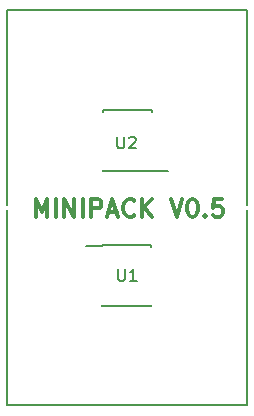
<source format=gbr>
G04 #@! TF.FileFunction,Legend,Top*
%FSLAX46Y46*%
G04 Gerber Fmt 4.6, Leading zero omitted, Abs format (unit mm)*
G04 Created by KiCad (PCBNEW 4.0.7) date 02/25/19 14:18:28*
%MOMM*%
%LPD*%
G01*
G04 APERTURE LIST*
%ADD10C,0.100000*%
%ADD11C,0.300000*%
%ADD12C,0.150000*%
G04 APERTURE END LIST*
D10*
D11*
X140742863Y-94135331D02*
X140742863Y-92635331D01*
X141242863Y-93706760D01*
X141742863Y-92635331D01*
X141742863Y-94135331D01*
X142457149Y-94135331D02*
X142457149Y-92635331D01*
X143171435Y-94135331D02*
X143171435Y-92635331D01*
X144028578Y-94135331D01*
X144028578Y-92635331D01*
X144742864Y-94135331D02*
X144742864Y-92635331D01*
X145457150Y-94135331D02*
X145457150Y-92635331D01*
X146028578Y-92635331D01*
X146171436Y-92706760D01*
X146242864Y-92778189D01*
X146314293Y-92921046D01*
X146314293Y-93135331D01*
X146242864Y-93278189D01*
X146171436Y-93349617D01*
X146028578Y-93421046D01*
X145457150Y-93421046D01*
X146885721Y-93706760D02*
X147600007Y-93706760D01*
X146742864Y-94135331D02*
X147242864Y-92635331D01*
X147742864Y-94135331D01*
X149100007Y-93992474D02*
X149028578Y-94063903D01*
X148814292Y-94135331D01*
X148671435Y-94135331D01*
X148457150Y-94063903D01*
X148314292Y-93921046D01*
X148242864Y-93778189D01*
X148171435Y-93492474D01*
X148171435Y-93278189D01*
X148242864Y-92992474D01*
X148314292Y-92849617D01*
X148457150Y-92706760D01*
X148671435Y-92635331D01*
X148814292Y-92635331D01*
X149028578Y-92706760D01*
X149100007Y-92778189D01*
X149742864Y-94135331D02*
X149742864Y-92635331D01*
X150600007Y-94135331D02*
X149957150Y-93278189D01*
X150600007Y-92635331D02*
X149742864Y-93492474D01*
X152171435Y-92635331D02*
X152671435Y-94135331D01*
X153171435Y-92635331D01*
X153957149Y-92635331D02*
X154100006Y-92635331D01*
X154242863Y-92706760D01*
X154314292Y-92778189D01*
X154385721Y-92921046D01*
X154457149Y-93206760D01*
X154457149Y-93563903D01*
X154385721Y-93849617D01*
X154314292Y-93992474D01*
X154242863Y-94063903D01*
X154100006Y-94135331D01*
X153957149Y-94135331D01*
X153814292Y-94063903D01*
X153742863Y-93992474D01*
X153671435Y-93849617D01*
X153600006Y-93563903D01*
X153600006Y-93206760D01*
X153671435Y-92921046D01*
X153742863Y-92778189D01*
X153814292Y-92706760D01*
X153957149Y-92635331D01*
X155100006Y-93992474D02*
X155171434Y-94063903D01*
X155100006Y-94135331D01*
X155028577Y-94063903D01*
X155100006Y-93992474D01*
X155100006Y-94135331D01*
X156528578Y-92635331D02*
X155814292Y-92635331D01*
X155742863Y-93349617D01*
X155814292Y-93278189D01*
X155957149Y-93206760D01*
X156314292Y-93206760D01*
X156457149Y-93278189D01*
X156528578Y-93349617D01*
X156600006Y-93492474D01*
X156600006Y-93849617D01*
X156528578Y-93992474D01*
X156457149Y-94063903D01*
X156314292Y-94135331D01*
X155957149Y-94135331D01*
X155814292Y-94063903D01*
X155742863Y-93992474D01*
D12*
X146401000Y-96561200D02*
X146401000Y-96611200D01*
X150551000Y-96561200D02*
X150551000Y-96706200D01*
X150551000Y-101711200D02*
X150551000Y-101566200D01*
X146401000Y-101711200D02*
X146401000Y-101566200D01*
X146401000Y-96561200D02*
X150551000Y-96561200D01*
X146401000Y-101711200D02*
X150551000Y-101711200D01*
X146401000Y-96611200D02*
X145001000Y-96611200D01*
X150578640Y-90276120D02*
X150578640Y-90226120D01*
X146428640Y-90276120D02*
X146428640Y-90131120D01*
X146428640Y-85126120D02*
X146428640Y-85271120D01*
X150578640Y-85126120D02*
X150578640Y-85271120D01*
X150578640Y-90276120D02*
X146428640Y-90276120D01*
X150578640Y-85126120D02*
X146428640Y-85126120D01*
X150578640Y-90226120D02*
X151978640Y-90226120D01*
X142123160Y-76662280D02*
X138313160Y-76662280D01*
X138313160Y-76662280D02*
X138313160Y-93172280D01*
X158633160Y-93172280D02*
X158633160Y-89362280D01*
X158633160Y-81742280D02*
X158633160Y-76662280D01*
X158633160Y-76662280D02*
X142123160Y-76662280D01*
X158633160Y-89362280D02*
X158633160Y-81742280D01*
X154851000Y-110084000D02*
X158661000Y-110084000D01*
X158661000Y-110084000D02*
X158661000Y-93574000D01*
X138341000Y-93574000D02*
X138341000Y-97384000D01*
X138341000Y-105004000D02*
X138341000Y-110084000D01*
X138341000Y-110084000D02*
X154851000Y-110084000D01*
X138341000Y-97384000D02*
X138341000Y-105004000D01*
X147736655Y-98547941D02*
X147736655Y-99357465D01*
X147784274Y-99452703D01*
X147831893Y-99500322D01*
X147927131Y-99547941D01*
X148117608Y-99547941D01*
X148212846Y-99500322D01*
X148260465Y-99452703D01*
X148308084Y-99357465D01*
X148308084Y-98547941D01*
X149308084Y-99547941D02*
X148736655Y-99547941D01*
X149022369Y-99547941D02*
X149022369Y-98547941D01*
X148927131Y-98690798D01*
X148831893Y-98786036D01*
X148736655Y-98833655D01*
X147660455Y-87336381D02*
X147660455Y-88145905D01*
X147708074Y-88241143D01*
X147755693Y-88288762D01*
X147850931Y-88336381D01*
X148041408Y-88336381D01*
X148136646Y-88288762D01*
X148184265Y-88241143D01*
X148231884Y-88145905D01*
X148231884Y-87336381D01*
X148660455Y-87431619D02*
X148708074Y-87384000D01*
X148803312Y-87336381D01*
X149041408Y-87336381D01*
X149136646Y-87384000D01*
X149184265Y-87431619D01*
X149231884Y-87526857D01*
X149231884Y-87622095D01*
X149184265Y-87764952D01*
X148612836Y-88336381D01*
X149231884Y-88336381D01*
M02*

</source>
